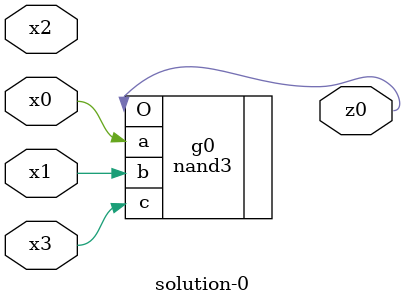
<source format=v>
module \solution-0 (
  x0, x1, x2, x3,
  z0 );
  input x0, x1, x2, x3;
  output z0;
  nand3  g0(.a(x0), .b(x1), .c(x3), .O(z0));
endmodule

</source>
